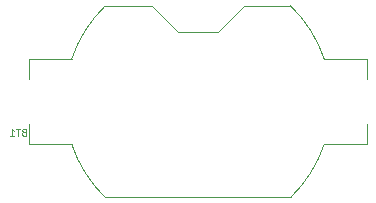
<source format=gbr>
G04 #@! TF.GenerationSoftware,KiCad,Pcbnew,(5.0.0)*
G04 #@! TF.CreationDate,2018-09-19T20:05:00-03:00*
G04 #@! TF.ProjectId,Generic_Bluetooth_Board,47656E657269635F426C7565746F6F74,rev?*
G04 #@! TF.SameCoordinates,Original*
G04 #@! TF.FileFunction,Legend,Bot*
G04 #@! TF.FilePolarity,Positive*
%FSLAX46Y46*%
G04 Gerber Fmt 4.6, Leading zero omitted, Abs format (unit mm)*
G04 Created by KiCad (PCBNEW (5.0.0)) date 09/19/18 20:05:00*
%MOMM*%
%LPD*%
G01*
G04 APERTURE LIST*
%ADD10C,0.120000*%
G04 APERTURE END LIST*
D10*
G04 #@! TO.C,BT1*
X142014630Y-88408211D02*
G75*
G03X139168000Y-92910000I7845370J-8111789D01*
G01*
X157705370Y-104631789D02*
G75*
G03X160552000Y-100130000I-7845370J8111789D01*
G01*
X157705370Y-88408211D02*
G75*
G02X160552000Y-92910000I-7845370J-8111789D01*
G01*
X142014630Y-104631789D02*
G75*
G02X139168000Y-100130000I7845370J8111789D01*
G01*
X135550000Y-94620000D02*
X135550000Y-92910000D01*
X139168000Y-92910000D02*
X135550000Y-92910000D01*
X146000000Y-88410000D02*
X142012700Y-88410000D01*
X148200000Y-90610000D02*
X146000000Y-88410000D01*
X151520000Y-90610000D02*
X148200000Y-90610000D01*
X151520000Y-90610000D02*
X153720000Y-88410000D01*
X157707300Y-88410000D02*
X153720000Y-88410000D01*
X164170000Y-94620000D02*
X164170000Y-92910000D01*
X164170000Y-92910000D02*
X160552000Y-92910000D01*
X160552000Y-100130000D02*
X164170000Y-100130000D01*
X164170000Y-98420000D02*
X164170000Y-100130000D01*
X142012700Y-104630000D02*
X157707300Y-104630000D01*
X135550000Y-98420000D02*
X135550000Y-100130000D01*
X135550000Y-100130000D02*
X139168000Y-100130000D01*
X135091428Y-99080642D02*
X135005714Y-99109214D01*
X134977142Y-99137785D01*
X134948571Y-99194928D01*
X134948571Y-99280642D01*
X134977142Y-99337785D01*
X135005714Y-99366357D01*
X135062857Y-99394928D01*
X135291428Y-99394928D01*
X135291428Y-98794928D01*
X135091428Y-98794928D01*
X135034285Y-98823500D01*
X135005714Y-98852071D01*
X134977142Y-98909214D01*
X134977142Y-98966357D01*
X135005714Y-99023500D01*
X135034285Y-99052071D01*
X135091428Y-99080642D01*
X135291428Y-99080642D01*
X134777142Y-98794928D02*
X134434285Y-98794928D01*
X134605714Y-99394928D02*
X134605714Y-98794928D01*
X133920000Y-99394928D02*
X134262857Y-99394928D01*
X134091428Y-99394928D02*
X134091428Y-98794928D01*
X134148571Y-98880642D01*
X134205714Y-98937785D01*
X134262857Y-98966357D01*
G04 #@! TD*
M02*

</source>
